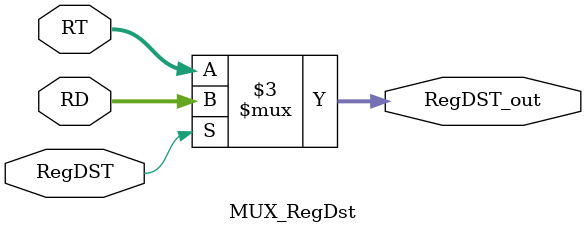
<source format=sv>
module MUX_RegDst(
input logic RegDST,
input logic[4:0] RT,
input logic[4:0] RD,
output logic[4:0] RegDST_out
);


	always_comb begin
		if(RegDST) begin
			RegDST_out = RD;
		end
		else begin
			RegDST_out = RT;
		end
	end
		
endmodule

















</source>
